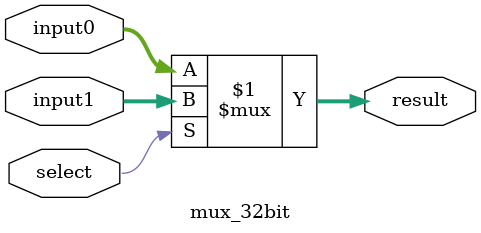
<source format=v>
`timescale 1ns / 1ps


module mux_32bit(input0, input1, result, select);
    input [31:0] input0, input1;
    input select;
    output [31:0] result;
    assign result = select?input1:input0;
endmodule

</source>
